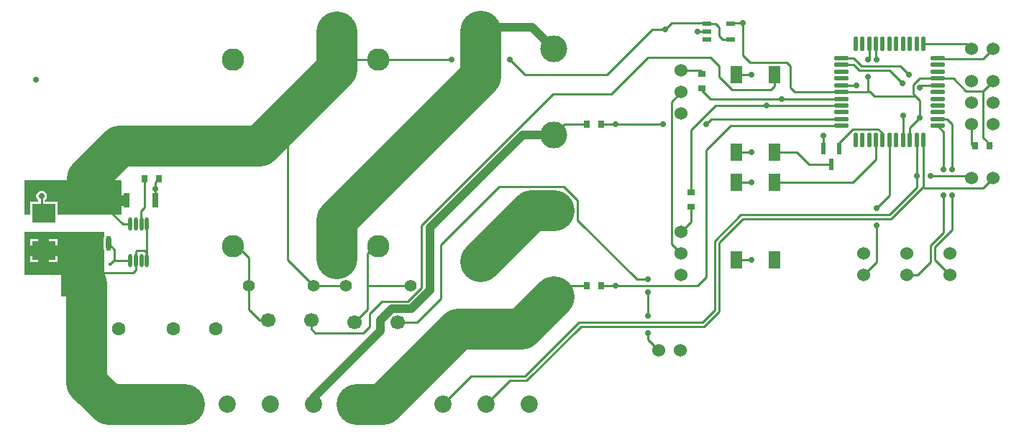
<source format=gtl>
G04 Layer_Physical_Order=1*
G04 Layer_Color=255*
%FSLAX24Y24*%
%MOIN*%
G70*
G01*
G75*
%ADD10R,0.0157X0.0157*%
%ADD11R,0.0236X0.0551*%
%ADD12O,0.0236X0.0709*%
%ADD13R,0.0374X0.0315*%
%ADD14R,0.0315X0.0374*%
%ADD15R,0.0551X0.0827*%
%ADD16R,0.0433X0.0236*%
%ADD17O,0.0217X0.0689*%
%ADD18O,0.0689X0.0217*%
%ADD19O,0.0177X0.0630*%
%ADD20R,0.1080X0.0850*%
%ADD21R,0.0256X0.0689*%
%ADD22C,0.0100*%
%ADD23C,0.0400*%
%ADD24C,0.1900*%
%ADD25C,0.1037*%
%ADD26C,0.0551*%
%ADD27C,0.0600*%
%ADD28C,0.0669*%
%ADD29C,0.0799*%
%ADD30C,0.1250*%
%ADD31C,0.0630*%
%ADD32C,0.0290*%
G36*
X4300Y14282D02*
X4295Y14274D01*
X4278Y14189D01*
Y13717D01*
X4295Y13631D01*
X4300Y13623D01*
Y12513D01*
Y11500D01*
X2300D01*
Y12513D01*
X600D01*
Y14513D01*
X4300D01*
Y14282D01*
D02*
G37*
G36*
X5100Y16878D02*
Y16409D01*
X5093D01*
Y16215D01*
X5321D01*
Y15715D01*
X5093D01*
Y15520D01*
X5100D01*
Y15313D01*
X2140Y15313D01*
Y15895D01*
X1553D01*
Y15972D01*
X1577Y15988D01*
X1631Y16069D01*
X1650Y16165D01*
X1631Y16260D01*
X1577Y16341D01*
X1496Y16395D01*
X1400Y16414D01*
X1304Y16395D01*
X1223Y16341D01*
X1169Y16260D01*
X1150Y16165D01*
X1169Y16069D01*
X1223Y15988D01*
X1247Y15972D01*
Y15895D01*
X860D01*
Y15313D01*
X600D01*
X600Y16909D01*
X5065Y16914D01*
X5100Y16878D01*
D02*
G37*
%LPC*%
G36*
X1250Y13380D02*
X860D01*
Y13105D01*
X1250D01*
Y13380D01*
D02*
G37*
G36*
X2140D02*
X1750D01*
Y13105D01*
X2140D01*
Y13380D01*
D02*
G37*
G36*
Y14155D02*
X1750D01*
Y13880D01*
X2140D01*
Y14155D01*
D02*
G37*
G36*
X1250D02*
X860D01*
Y13880D01*
X1250D01*
Y14155D01*
D02*
G37*
%LPD*%
D10*
X4576Y13013D02*
D03*
X4024D02*
D03*
D11*
X38000Y17626D02*
D03*
X37626Y18374D02*
D03*
X38374D02*
D03*
D12*
X3000Y13953D02*
D03*
X3500D02*
D03*
X4000D02*
D03*
X4500D02*
D03*
X3000Y16000D02*
D03*
X3500D02*
D03*
X4000D02*
D03*
X4500D02*
D03*
D13*
X31500Y15665D02*
D03*
Y16335D02*
D03*
X32000Y21165D02*
D03*
Y21835D02*
D03*
D14*
X45335Y18500D02*
D03*
X44665D02*
D03*
X6835Y16965D02*
D03*
X6165D02*
D03*
X26665Y12000D02*
D03*
X27335D02*
D03*
X26665Y19500D02*
D03*
X27335D02*
D03*
D15*
X35382Y16791D02*
D03*
X33618D02*
D03*
Y13209D02*
D03*
X35382D02*
D03*
X33618Y18209D02*
D03*
X35382D02*
D03*
Y21791D02*
D03*
X33618D02*
D03*
D16*
X33351Y23426D02*
D03*
Y24174D02*
D03*
X32249D02*
D03*
Y23800D02*
D03*
Y23426D02*
D03*
D17*
X39125Y18776D02*
D03*
X39440D02*
D03*
X39755D02*
D03*
X40070D02*
D03*
X40385D02*
D03*
X40700D02*
D03*
X41015D02*
D03*
X41330D02*
D03*
X41645D02*
D03*
X41960D02*
D03*
X42275D02*
D03*
Y23224D02*
D03*
X41960D02*
D03*
X41645D02*
D03*
X41330D02*
D03*
X41015D02*
D03*
X40700D02*
D03*
X40385D02*
D03*
X40070D02*
D03*
X39755D02*
D03*
X39440D02*
D03*
X39125D02*
D03*
D18*
X42924Y19425D02*
D03*
Y19740D02*
D03*
Y20055D02*
D03*
Y20370D02*
D03*
Y20685D02*
D03*
Y21000D02*
D03*
Y21315D02*
D03*
Y21630D02*
D03*
Y21945D02*
D03*
Y22260D02*
D03*
Y22575D02*
D03*
X38476D02*
D03*
Y22260D02*
D03*
Y21945D02*
D03*
Y21630D02*
D03*
Y21315D02*
D03*
Y21000D02*
D03*
Y20685D02*
D03*
Y20370D02*
D03*
Y20055D02*
D03*
Y19740D02*
D03*
Y19425D02*
D03*
D19*
X5516Y13166D02*
D03*
X5772D02*
D03*
X6028D02*
D03*
X6284D02*
D03*
X5516Y14859D02*
D03*
X5772D02*
D03*
X6028D02*
D03*
X6284D02*
D03*
D20*
X1500Y13630D02*
D03*
Y15370D02*
D03*
D21*
X6679Y15965D02*
D03*
X5321D02*
D03*
D22*
X39755Y22555D02*
Y23224D01*
X39700Y22500D02*
X39755Y22555D01*
X40070Y22530D02*
Y23224D01*
Y22530D02*
X40100Y22500D01*
X39300Y22000D02*
X40700D01*
X39040Y22260D02*
X39300Y22000D01*
X40700D02*
X41300Y21400D01*
X41200Y22200D02*
X41600Y21800D01*
X39400Y22200D02*
X41200D01*
X39025Y22575D02*
X39400Y22200D01*
X43360Y19740D02*
X43600Y19500D01*
Y17400D02*
Y19500D01*
X42800Y13800D02*
X43600Y14600D01*
Y16200D01*
X6679Y16809D02*
X6835Y16965D01*
X6679Y15965D02*
Y16809D01*
X26305Y10305D02*
X32022D01*
X32600Y10883D01*
X26388Y10105D02*
X32105D01*
X29500Y9500D02*
Y9800D01*
Y9500D02*
X30000Y9000D01*
X23800Y7800D02*
X26305Y10305D01*
X32105Y10105D02*
X32800Y10800D01*
X23883Y7600D02*
X26388Y10105D01*
X39700Y21055D02*
Y21700D01*
Y21055D02*
X39755Y21000D01*
X38476Y22575D02*
X39025D01*
X38476Y22260D02*
X39040D01*
X38476Y21315D02*
X39185D01*
X33618Y21791D02*
X34291D01*
X33618Y13209D02*
X34291D01*
X33618Y16791D02*
X34291D01*
X33618Y18209D02*
X34291D01*
X37626Y18374D02*
Y18974D01*
X40000Y20800D02*
X41875D01*
X39800Y21000D02*
X40000Y20800D01*
X38476Y21000D02*
X39800D01*
X42100Y19800D02*
Y20600D01*
X43670Y21630D02*
X44250Y21050D01*
X45050D01*
X42924Y21630D02*
X43670D01*
X41330Y18776D02*
Y19900D01*
X45050Y16550D02*
X45500Y17000D01*
X41960Y17100D02*
Y18776D01*
Y16560D02*
Y17100D01*
X33900Y15100D02*
X40783D01*
X42275Y16592D02*
Y18776D01*
X32800Y10800D02*
Y14000D01*
X33900Y15100D01*
X22000Y6500D02*
X23100Y7600D01*
X23883D01*
X41960Y18776D02*
X42017Y18719D01*
X33817Y15300D02*
X40700D01*
X32600Y14083D02*
X33817Y15300D01*
X32600Y10883D02*
Y14083D01*
X21300Y7800D02*
X23800D01*
X20000Y6500D02*
X21300Y7800D01*
X40783Y15100D02*
X42275Y16592D01*
X40700Y15300D02*
X41960Y16560D01*
X33900Y22700D02*
X34245Y22355D01*
X33900Y22700D02*
Y24200D01*
X36974Y17626D02*
X38000D01*
X36391Y18209D02*
X36974Y17626D01*
X35382Y18209D02*
X36391D01*
X38374Y18374D02*
Y18626D01*
X33325Y19425D02*
X38476D01*
X38374Y18626D02*
X39018Y19270D01*
X40177D01*
X40328Y19119D01*
X27800Y20900D02*
X29500Y22600D01*
X32200Y18300D02*
X33325Y19425D01*
X32200Y12400D02*
Y18300D01*
X31800Y12000D02*
X32200Y12400D01*
X28000Y12000D02*
X31800D01*
X30593Y20550D02*
X31043Y21000D01*
X1500Y13713D02*
X1740Y13953D01*
X4500D02*
X4776Y13677D01*
Y13213D02*
Y13677D01*
X4576Y13013D02*
X4776Y13213D01*
X5772Y13166D02*
Y13589D01*
X5815Y13631D01*
X6181D01*
X6284Y13529D01*
Y13166D02*
Y13529D01*
Y14859D01*
X4822Y13166D02*
X5516D01*
X4776Y13213D02*
X4822Y13166D01*
X5772Y12744D02*
Y13166D01*
X5641Y12613D02*
X5772Y12744D01*
X4200Y12613D02*
X5641D01*
X4500Y15513D02*
X5154Y14859D01*
X5516D01*
X16839Y13839D02*
X17000D01*
X10333Y13976D02*
X11000Y13309D01*
X13996Y12000D02*
X15504D01*
X12800Y13196D02*
X13996Y12000D01*
X12800Y13196D02*
Y19100D01*
X19000Y14795D02*
X25105Y20900D01*
X27800D01*
X16500Y13500D02*
X16839Y13839D01*
X15900Y10300D02*
X16500Y10900D01*
X19000Y11902D02*
Y14795D01*
X18383Y11285D02*
X19000Y11902D01*
X17185Y11285D02*
X18383D01*
X16600Y10700D02*
X17185Y11285D01*
X16600Y10100D02*
Y10700D01*
X11000Y10900D02*
Y13309D01*
Y10900D02*
X11500Y10400D01*
X11900D01*
X16315Y9815D02*
X16600Y10100D01*
X14085Y9815D02*
X16315D01*
X13888Y10012D02*
X14085Y9815D01*
X13888Y10012D02*
Y10400D01*
X17888Y10300D02*
X18800D01*
X19900Y11400D01*
Y13900D01*
X27335Y19500D02*
X28000D01*
X30200D01*
X27335Y12000D02*
X28000D01*
X40385Y18489D02*
Y18776D01*
X40328D02*
X40385D01*
X40328D02*
Y19119D01*
X41645Y18776D02*
Y19345D01*
X42100Y19800D01*
X23100Y22500D02*
X23800Y21800D01*
X27600D01*
X29700Y23900D01*
X25643Y19500D02*
X26665D01*
X25143Y19000D02*
X25643Y19500D01*
Y12000D02*
X26665D01*
X25143Y11500D02*
X25643Y12000D01*
X29700Y23900D02*
X30300D01*
X30600Y24200D01*
X32249Y24174D02*
X32626D01*
X32800Y24000D01*
Y23600D02*
Y24000D01*
Y23600D02*
X32974Y23426D01*
X33351D01*
X30600Y24200D02*
X32300D01*
X33351Y24174D02*
X33377Y24200D01*
X33900D01*
X31800Y23800D02*
X32249D01*
X44500Y18577D02*
Y19500D01*
Y18577D02*
X44577Y18500D01*
X45050Y18873D02*
X45423Y18500D01*
X45050Y18873D02*
Y21050D01*
X45500Y21500D01*
X30593Y13950D02*
X31043Y13500D01*
X30593Y13950D02*
Y20550D01*
X25599Y16600D02*
X26243Y15956D01*
Y15044D02*
Y15956D01*
X19900Y13900D02*
X22600Y16600D01*
X25599D01*
X28988Y12300D02*
X29500D01*
X26243Y15044D02*
X28988Y12300D01*
X29500Y10600D02*
Y11700D01*
X45050Y22550D02*
X45500Y23000D01*
X42949Y22550D02*
X45050D01*
X42924Y22575D02*
X42949Y22550D01*
X44276Y23224D02*
X44500Y23000D01*
X42275Y23224D02*
X44276D01*
X34245Y22355D02*
X35945D01*
X36100Y22200D01*
Y21200D02*
Y22200D01*
Y21200D02*
X36300Y21000D01*
X38476D01*
X31500Y16423D02*
Y19239D01*
X32631Y20370D01*
X29500Y22600D02*
X32400D01*
X32800Y21708D02*
Y22200D01*
X32400Y22600D02*
X32800Y22200D01*
X32000Y21077D02*
X32392Y20685D01*
X31043Y22000D02*
X31923D01*
X32000Y21923D01*
X31043Y14500D02*
X31500Y14957D01*
Y15577D01*
X32392Y20685D02*
X35700D01*
X38476D01*
X32631Y20370D02*
X35000D01*
X38476D01*
X35382Y21282D02*
Y21791D01*
X32800Y21708D02*
X33408Y21100D01*
X35200D01*
X35382Y21282D01*
X6011Y14876D02*
X6028Y14859D01*
X6011Y14876D02*
Y15475D01*
X6165Y15630D01*
Y16965D01*
X4535Y15965D02*
X5321D01*
X4500Y15513D02*
Y16000D01*
X1203Y15667D02*
X1500Y15370D01*
X1203Y15667D02*
X1400Y15470D01*
Y16165D01*
X4024Y12788D02*
X4200Y12613D01*
X4024Y12788D02*
Y13013D01*
Y13928D01*
X4000Y13953D02*
X4024Y13928D01*
X44400Y17100D02*
X44500Y17000D01*
X42275Y16592D02*
X42317Y16550D01*
X45050D01*
X42600Y13100D02*
Y13883D01*
X42800Y13200D02*
X43500Y12500D01*
X42800Y13200D02*
Y13800D01*
X41500Y12500D02*
X42000D01*
X42600Y13100D01*
X39500Y12500D02*
X40100Y13100D01*
Y14800D01*
X42600Y13883D02*
X43200Y14483D01*
Y16200D01*
X42600Y17100D02*
X44400D01*
X42924Y19740D02*
X43360D01*
X43200Y17400D02*
Y19150D01*
X42924Y19425D02*
X43200Y19150D01*
X35500Y16791D02*
X38991D01*
X40070Y17870D01*
Y18776D01*
X40100Y15600D02*
X40700Y16200D01*
Y18776D01*
X32200Y19500D02*
X32440Y19740D01*
X38476D01*
X41805Y20895D02*
X42100Y20600D01*
X41805Y20895D02*
Y21322D01*
X42113Y21630D01*
X42924D01*
X42100Y21200D02*
X42215Y21315D01*
X42924D01*
X17000Y22500D02*
X20400D01*
X15500D02*
X17000D01*
X16500Y12000D02*
X18496D01*
X16500Y10900D02*
Y12000D01*
Y13500D01*
D23*
X19400Y14700D02*
X23700Y19000D01*
X25143D01*
X24147Y23996D02*
X25143Y23000D01*
X14000Y6500D02*
Y6800D01*
X19400Y11807D02*
Y14700D01*
X18528Y10935D02*
X19400Y11807D01*
X17625Y10935D02*
X18528D01*
X14000Y6800D02*
X17100Y9900D01*
Y10409D01*
X17625Y10935D01*
X21724Y23996D02*
X24147D01*
D24*
X15057Y22057D02*
Y23800D01*
X17207Y6500D02*
X20707Y10000D01*
X16000Y6500D02*
X17207D01*
X20707Y10000D02*
X23643D01*
X25143Y11500D01*
X24094Y15500D02*
X25143D01*
X21724Y13130D02*
X24094Y15500D01*
X4500Y6500D02*
X6000D01*
X3484Y7516D02*
X4500Y6500D01*
X3484Y7516D02*
Y12100D01*
X6000Y6500D02*
X8000D01*
X11500Y18500D02*
X15057Y22057D01*
X5000Y18500D02*
X11500D01*
X3500Y17000D02*
X5000Y18500D01*
X15057Y13268D02*
Y15057D01*
X21724Y21724D01*
Y23850D01*
D25*
X17000Y13839D02*
D03*
Y22500D02*
D03*
X21724Y13130D02*
D03*
Y23996D02*
D03*
X15000Y24000D02*
D03*
Y13134D02*
D03*
X10276Y22504D02*
D03*
Y13843D02*
D03*
D26*
X13996Y12000D02*
D03*
X11004D02*
D03*
X15504D02*
D03*
X18496D02*
D03*
D27*
X31000Y9000D02*
D03*
X30000D02*
D03*
X45500Y21500D02*
D03*
Y20500D02*
D03*
Y19500D02*
D03*
X44500Y21500D02*
D03*
Y20500D02*
D03*
Y19500D02*
D03*
X45500Y17000D02*
D03*
X44500D02*
D03*
X45500Y23000D02*
D03*
X44500D02*
D03*
X31043Y22000D02*
D03*
Y20000D02*
D03*
Y21000D02*
D03*
Y14500D02*
D03*
Y12500D02*
D03*
Y13500D02*
D03*
X43500Y12500D02*
D03*
Y13500D02*
D03*
X41500Y12500D02*
D03*
Y13500D02*
D03*
X39500Y12500D02*
D03*
Y13500D02*
D03*
D28*
X11900Y10400D02*
D03*
X13888D02*
D03*
X15900Y10300D02*
D03*
X17888D02*
D03*
D29*
X6000Y6500D02*
D03*
X8000D02*
D03*
X10000D02*
D03*
X12000D02*
D03*
X14000D02*
D03*
X16000D02*
D03*
X18000D02*
D03*
X20000D02*
D03*
X22000D02*
D03*
X24000D02*
D03*
D30*
X25143Y23000D02*
D03*
Y19000D02*
D03*
Y15500D02*
D03*
Y11500D02*
D03*
D31*
X7516Y10000D02*
D03*
X9484D02*
D03*
X3016D02*
D03*
X4984D02*
D03*
D32*
X40100Y22500D02*
D03*
X39700D02*
D03*
X43600Y17400D02*
D03*
Y16200D02*
D03*
X6679Y16500D02*
D03*
X29500Y9800D02*
D03*
X39700Y21700D02*
D03*
X39185Y21315D02*
D03*
X31800Y23800D02*
D03*
X34291Y21791D02*
D03*
Y13209D02*
D03*
Y16791D02*
D03*
Y18209D02*
D03*
X37626Y18974D02*
D03*
X41330Y19900D02*
D03*
X42600Y17100D02*
D03*
X41960D02*
D03*
X30200Y19500D02*
D03*
X28000D02*
D03*
Y12000D02*
D03*
X23100Y22500D02*
D03*
X30300Y23900D02*
D03*
X33900Y24200D02*
D03*
X42100Y19800D02*
D03*
X29500Y12300D02*
D03*
Y11700D02*
D03*
Y10600D02*
D03*
X35700Y20685D02*
D03*
X35000Y20370D02*
D03*
X1400Y16165D02*
D03*
X1143Y21578D02*
D03*
X40100Y14800D02*
D03*
Y15600D02*
D03*
X43200Y16200D02*
D03*
Y17400D02*
D03*
X32200Y19500D02*
D03*
X41300Y21400D02*
D03*
X41600Y21800D02*
D03*
X42100Y21200D02*
D03*
X20400Y22500D02*
D03*
M02*

</source>
